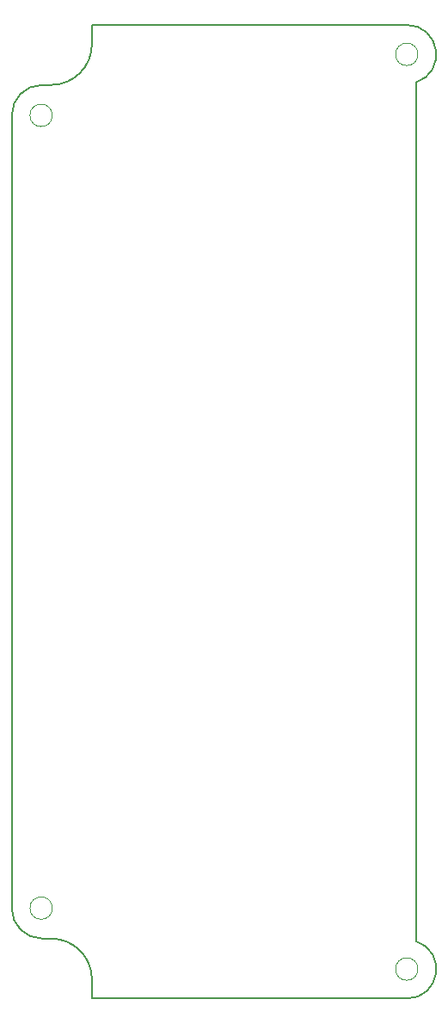
<source format=gbr>
%TF.GenerationSoftware,KiCad,Pcbnew,8.0.6-8.0.6-0~ubuntu24.04.1*%
%TF.CreationDate,2024-12-11T21:38:52+03:00*%
%TF.ProjectId,PM-ESPC3,504d2d45-5350-4433-932e-6b696361645f,rev?*%
%TF.SameCoordinates,Original*%
%TF.FileFunction,Profile,NP*%
%FSLAX46Y46*%
G04 Gerber Fmt 4.6, Leading zero omitted, Abs format (unit mm)*
G04 Created by KiCad (PCBNEW 8.0.6-8.0.6-0~ubuntu24.04.1) date 2024-12-11 21:38:52*
%MOMM*%
%LPD*%
G01*
G04 APERTURE LIST*
%TA.AperFunction,Profile*%
%ADD10C,0.200000*%
%TD*%
%TA.AperFunction,Profile*%
%ADD11C,0.050000*%
%TD*%
G04 APERTURE END LIST*
D10*
X-25900000Y-42000000D02*
G75*
G02*
X-28900000Y-39000000I0J3000000D01*
G01*
X-21000000Y46000000D02*
G75*
G02*
X-25000000Y42000000I-4000000J0D01*
G01*
X-21000000Y-47900000D02*
X-21000000Y-46000000D01*
X-25000000Y42000000D02*
X-25900000Y42000000D01*
X-25000000Y-42000000D02*
X-25900000Y-42000000D01*
X-28900000Y39000000D02*
G75*
G02*
X-25900000Y42000000I3000000J0D01*
G01*
X-25000000Y-42000000D02*
G75*
G02*
X-21000000Y-46000000I0J-4000000D01*
G01*
X-21000000Y47900000D02*
X-21000000Y46000000D01*
X10887427Y-42239117D02*
X10887427Y42239116D01*
X10887427Y-42239117D02*
G75*
G02*
X10000000Y-47900000I-887427J-2760883D01*
G01*
X-28900000Y39000000D02*
X-28900000Y-39000000D01*
X10000000Y47899999D02*
X-21000000Y47900000D01*
X10000000Y47899999D02*
G75*
G02*
X10887426Y42239118I0J-2899999D01*
G01*
X10000000Y-47900000D02*
X-21000000Y-47900000D01*
D11*
%TO.C,H4*%
X11100000Y-45000000D02*
G75*
G02*
X8900000Y-45000000I-1100000J0D01*
G01*
X8900000Y-45000000D02*
G75*
G02*
X11100000Y-45000000I1100000J0D01*
G01*
%TO.C,H3*%
X11100000Y45000000D02*
G75*
G02*
X8900000Y45000000I-1100000J0D01*
G01*
X8900000Y45000000D02*
G75*
G02*
X11100000Y45000000I1100000J0D01*
G01*
%TO.C,H2*%
X-24900000Y-39000000D02*
G75*
G02*
X-27100000Y-39000000I-1100000J0D01*
G01*
X-27100000Y-39000000D02*
G75*
G02*
X-24900000Y-39000000I1100000J0D01*
G01*
%TO.C,H1*%
X-24900000Y39000000D02*
G75*
G02*
X-27100000Y39000000I-1100000J0D01*
G01*
X-27100000Y39000000D02*
G75*
G02*
X-24900000Y39000000I1100000J0D01*
G01*
%TD*%
M02*

</source>
